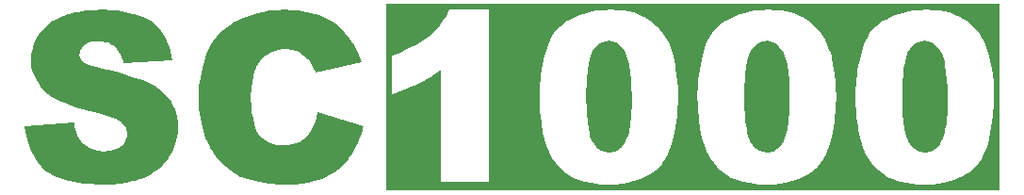
<source format=gto>
G04 Layer_Color=15132400*
%FSLAX25Y25*%
%MOIN*%
G70*
G01*
G75*
G36*
X581394Y105283D02*
X364142D01*
Y171181D01*
X581394D01*
Y105283D01*
D02*
G37*
G36*
X265857Y169072D02*
X266841D01*
X267935Y168963D01*
X269138Y168853D01*
X270450Y168634D01*
X273293Y168088D01*
X276246Y167322D01*
X278980Y166228D01*
X280293Y165572D01*
X281495Y164807D01*
X281605D01*
X281714Y164588D01*
X282480Y164041D01*
X283464Y162948D01*
X284667Y161526D01*
X285323Y160651D01*
X285870Y159667D01*
X286526Y158464D01*
X287073Y157261D01*
X287620Y155949D01*
X288057Y154527D01*
X288385Y152887D01*
X288713Y151246D01*
X271216Y150262D01*
Y150481D01*
X271106Y150918D01*
X270888Y151684D01*
X270560Y152559D01*
X270122Y153433D01*
X269685Y154418D01*
X269028Y155402D01*
X268263Y156167D01*
X268154Y156277D01*
X267826Y156495D01*
X267388Y156714D01*
X266732Y157152D01*
X265857Y157480D01*
X264763Y157698D01*
X263561Y157917D01*
X262139Y158027D01*
X261592D01*
X261045Y157917D01*
X260280Y157808D01*
X258639Y157480D01*
X257874Y157042D01*
X257218Y156605D01*
X257108Y156495D01*
X256999Y156386D01*
X256452Y155730D01*
X255905Y154636D01*
X255796Y153980D01*
X255686Y153324D01*
Y153215D01*
Y153105D01*
X255905Y152449D01*
X256233Y151574D01*
X256561Y151137D01*
X256999Y150699D01*
X257108D01*
X257327Y150481D01*
X257655Y150262D01*
X258311Y149934D01*
X259077Y149606D01*
X260170Y149278D01*
X261483Y148840D01*
X263123Y148512D01*
X263232D01*
X263670Y148403D01*
X264326Y148293D01*
X265091Y148075D01*
X266076Y147856D01*
X267279Y147528D01*
X268591Y147200D01*
X269903Y146872D01*
X272747Y146106D01*
X275699Y145122D01*
X278324Y144138D01*
X279527Y143700D01*
X280621Y143154D01*
X280730D01*
X280839Y143044D01*
X281495Y142716D01*
X282370Y142169D01*
X283573Y141404D01*
X284776Y140420D01*
X286089Y139326D01*
X287292Y138014D01*
X288276Y136592D01*
X288385Y136373D01*
X288604Y135936D01*
X289041Y135061D01*
X289479Y133967D01*
X289916Y132655D01*
X290354Y131233D01*
X290572Y129484D01*
X290682Y127734D01*
Y127624D01*
Y127515D01*
Y127187D01*
Y126750D01*
X290463Y125656D01*
X290244Y124234D01*
X289916Y122594D01*
X289260Y120735D01*
X288494Y118876D01*
X287401Y117016D01*
X287292Y116798D01*
X286854Y116251D01*
X286089Y115376D01*
X285104Y114283D01*
X283792Y113080D01*
X282261Y111877D01*
X280511Y110783D01*
X278433Y109689D01*
X278324D01*
X278215Y109580D01*
X277887Y109471D01*
X277449Y109361D01*
X276902Y109143D01*
X276137Y108924D01*
X275371Y108705D01*
X274497Y108486D01*
X272419Y108049D01*
X269903Y107612D01*
X267169Y107393D01*
X263998Y107283D01*
X262576D01*
X261483Y107393D01*
X260280Y107502D01*
X258858Y107612D01*
X257327Y107721D01*
X255577Y108049D01*
X252078Y108705D01*
X248578Y109689D01*
X246938Y110346D01*
X245407Y111220D01*
X243985Y112095D01*
X242782Y113080D01*
X242673Y113189D01*
X242563Y113408D01*
X242235Y113736D01*
X241907Y114173D01*
X241470Y114720D01*
X240923Y115376D01*
X240376Y116251D01*
X239829Y117126D01*
X238626Y119313D01*
X237533Y121938D01*
X236767Y124781D01*
X236439Y126421D01*
X236221Y128062D01*
X253827Y129265D01*
Y129046D01*
X253937Y128499D01*
X254046Y127734D01*
X254374Y126859D01*
X255030Y124672D01*
X255577Y123578D01*
X256124Y122703D01*
X256233Y122594D01*
X256671Y122156D01*
X257327Y121610D01*
X258202Y120954D01*
X259405Y120188D01*
X260826Y119641D01*
X262467Y119204D01*
X264326Y119094D01*
X264982D01*
X265638Y119204D01*
X266622Y119313D01*
X267607Y119532D01*
X268591Y119860D01*
X269575Y120297D01*
X270450Y120844D01*
X270560Y120954D01*
X270778Y121172D01*
X271106Y121610D01*
X271544Y122047D01*
X271981Y122703D01*
X272309Y123469D01*
X272528Y124344D01*
X272637Y125218D01*
Y125328D01*
Y125656D01*
X272528Y126093D01*
X272419Y126640D01*
X272091Y127296D01*
X271762Y127953D01*
X271216Y128718D01*
X270560Y129374D01*
X270450Y129484D01*
X270122Y129702D01*
X269466Y130030D01*
X268591Y130468D01*
X267279Y131015D01*
X265638Y131671D01*
X264654Y131999D01*
X263561Y132218D01*
X262357Y132546D01*
X261045Y132874D01*
X260936D01*
X260498Y132983D01*
X259842Y133202D01*
X259077Y133311D01*
X258092Y133639D01*
X256890Y133967D01*
X255686Y134295D01*
X254374Y134733D01*
X251421Y135826D01*
X248578Y137029D01*
X245953Y138451D01*
X244750Y139217D01*
X243657Y140092D01*
Y140201D01*
X243438Y140310D01*
X242891Y140857D01*
X242017Y141841D01*
X241142Y143263D01*
X240157Y144903D01*
X239282Y146872D01*
X238736Y149059D01*
X238626Y150262D01*
X238517Y151574D01*
Y151684D01*
Y151793D01*
Y152340D01*
X238626Y153324D01*
X238845Y154418D01*
X239173Y155730D01*
X239611Y157261D01*
X240267Y158792D01*
X241142Y160323D01*
X241251Y160542D01*
X241688Y160979D01*
X242345Y161745D01*
X243219Y162729D01*
X244313Y163713D01*
X245735Y164807D01*
X247375Y165791D01*
X249234Y166775D01*
X249344D01*
X249453Y166885D01*
X249781Y166994D01*
X250219Y167103D01*
X250765Y167322D01*
X251421Y167541D01*
X252187Y167760D01*
X253062Y167978D01*
X254046Y168197D01*
X255249Y168416D01*
X257764Y168853D01*
X260717Y169072D01*
X263998Y169181D01*
X265091D01*
X265857Y169072D01*
D02*
G37*
G36*
X329942D02*
X330926D01*
X332020Y168963D01*
X333223Y168853D01*
X334535Y168634D01*
X337488Y168088D01*
X340441Y167213D01*
X343284Y166119D01*
X344596Y165354D01*
X345908Y164588D01*
X346018D01*
X346237Y164369D01*
X346565Y164151D01*
X347002Y163713D01*
X347549Y163276D01*
X348205Y162620D01*
X348861Y161963D01*
X349627Y161089D01*
X350392Y160214D01*
X351158Y159120D01*
X352033Y158027D01*
X352798Y156714D01*
X353564Y155292D01*
X354329Y153871D01*
X354985Y152230D01*
X355642Y150481D01*
X339238Y146872D01*
Y146981D01*
X339128Y147309D01*
X338910Y147856D01*
X338691Y148403D01*
X338035Y149715D01*
X337706Y150262D01*
X337379Y150809D01*
X337269Y150918D01*
X337160Y151137D01*
X336722Y151574D01*
X336285Y152012D01*
X335082Y153105D01*
X333551Y154090D01*
X333441Y154199D01*
X333223Y154308D01*
X332676Y154527D01*
X332129Y154746D01*
X331364Y154964D01*
X330489Y155074D01*
X329504Y155292D01*
X327864D01*
X327536Y155183D01*
X326333Y155074D01*
X324911Y154636D01*
X323380Y154090D01*
X321740Y153105D01*
X320209Y151902D01*
X319553Y151028D01*
X318897Y150153D01*
X318787Y149934D01*
X318459Y149496D01*
X318131Y148512D01*
X317694Y147309D01*
X317147Y145669D01*
X316819Y143700D01*
X316491Y141294D01*
X316381Y138451D01*
Y138342D01*
Y138014D01*
Y137467D01*
Y136811D01*
X316491Y136045D01*
Y135061D01*
X316709Y132983D01*
X317147Y130796D01*
X317584Y128499D01*
X318350Y126421D01*
X318787Y125547D01*
X319334Y124781D01*
X319443Y124672D01*
X319881Y124234D01*
X320646Y123688D01*
X321521Y123031D01*
X322724Y122266D01*
X324255Y121719D01*
X325896Y121282D01*
X327864Y121172D01*
X328739D01*
X329723Y121282D01*
X330926Y121500D01*
X332239Y121938D01*
X333551Y122375D01*
X334863Y123141D01*
X335957Y124125D01*
X336066Y124234D01*
X336394Y124672D01*
X336941Y125328D01*
X337488Y126312D01*
X338144Y127515D01*
X338800Y129046D01*
X339456Y130796D01*
X340003Y132874D01*
X356188Y127843D01*
Y127734D01*
X356079Y127515D01*
X355970Y127187D01*
X355860Y126750D01*
X355532Y125437D01*
X354876Y123906D01*
X354220Y122047D01*
X353236Y120188D01*
X352251Y118329D01*
X350939Y116470D01*
X350830Y116251D01*
X350283Y115704D01*
X349517Y114939D01*
X348533Y113845D01*
X347221Y112751D01*
X345799Y111658D01*
X344049Y110564D01*
X342190Y109580D01*
X342081D01*
X341972Y109471D01*
X341644Y109361D01*
X341315Y109252D01*
X340112Y108815D01*
X338581Y108486D01*
X336722Y108049D01*
X334426Y107612D01*
X331801Y107393D01*
X328958Y107283D01*
X327317D01*
X326443Y107393D01*
X325568D01*
X324474Y107502D01*
X323271Y107612D01*
X320756Y107940D01*
X318022Y108486D01*
X315397Y109143D01*
X312882Y110018D01*
X312772D01*
X312663Y110127D01*
X312335Y110346D01*
X311898Y110564D01*
X310695Y111330D01*
X309273Y112314D01*
X307632Y113736D01*
X305773Y115376D01*
X304024Y117454D01*
X302274Y119969D01*
Y120079D01*
X302055Y120297D01*
X301836Y120735D01*
X301618Y121282D01*
X301290Y121938D01*
X300852Y122813D01*
X300415Y123797D01*
X300087Y125000D01*
X299649Y126203D01*
X299212Y127624D01*
X298884Y129156D01*
X298446Y130796D01*
X298228Y132546D01*
X298009Y134405D01*
X297790Y138342D01*
Y138560D01*
Y138998D01*
X297900Y139763D01*
Y140748D01*
X298009Y142060D01*
X298228Y143482D01*
X298446Y145013D01*
X298774Y146762D01*
X299212Y148622D01*
X299759Y150481D01*
X300305Y152340D01*
X301071Y154308D01*
X302055Y156167D01*
X303039Y157917D01*
X304242Y159667D01*
X305664Y161198D01*
X305773Y161307D01*
X305992Y161526D01*
X306539Y161963D01*
X307086Y162401D01*
X307961Y163057D01*
X308945Y163713D01*
X310038Y164479D01*
X311460Y165244D01*
X312882Y165900D01*
X314632Y166666D01*
X316491Y167322D01*
X318459Y167978D01*
X320646Y168416D01*
X322943Y168853D01*
X325458Y169072D01*
X328083Y169181D01*
X329176D01*
X329942Y169072D01*
D02*
G37*
%LPC*%
G36*
X500326Y169181D02*
X499342D01*
X497046Y169072D01*
X494858Y168853D01*
X492890Y168525D01*
X491031Y168088D01*
X489390Y167541D01*
X487859Y166994D01*
X486438Y166338D01*
X485235Y165791D01*
X484141Y165135D01*
X483157Y164479D01*
X482391Y163932D01*
X481735Y163385D01*
X481188Y162948D01*
X480860Y162620D01*
X480642Y162401D01*
X480532Y162292D01*
X479439Y160870D01*
X478564Y159339D01*
X477689Y157589D01*
X477033Y155730D01*
X475939Y151793D01*
X475174Y147856D01*
X474955Y145997D01*
X474736Y144247D01*
X474627Y142607D01*
X474517Y141185D01*
X474408Y140092D01*
Y139217D01*
Y138670D01*
Y138451D01*
X474517Y135936D01*
X474627Y133530D01*
X474846Y131343D01*
X475064Y129483D01*
X475283Y127843D01*
X475392Y126640D01*
X475502Y126203D01*
X475611Y125875D01*
Y125765D01*
Y125656D01*
X476049Y123688D01*
X476595Y121828D01*
X477142Y120297D01*
X477689Y119094D01*
X478126Y118001D01*
X478564Y117345D01*
X478783Y116798D01*
X478892Y116688D01*
X480095Y115048D01*
X481407Y113626D01*
X482610Y112423D01*
X483922Y111439D01*
X484907Y110674D01*
X485782Y110127D01*
X486328Y109799D01*
X486547Y109689D01*
X488406Y108924D01*
X490484Y108268D01*
X492562Y107830D01*
X494530Y107612D01*
X496280Y107393D01*
X496936D01*
X497592Y107283D01*
X498905D01*
X501311Y107393D01*
X503607Y107612D01*
X505685Y107940D01*
X507544Y108486D01*
X509294Y109033D01*
X510825Y109689D01*
X512247Y110346D01*
X513450Y111111D01*
X514543Y111767D01*
X515418Y112423D01*
X516184Y113080D01*
X516840Y113626D01*
X517387Y114173D01*
X517715Y114501D01*
X517824Y114720D01*
X517933Y114829D01*
X518918Y116360D01*
X519793Y118001D01*
X520558Y119860D01*
X521214Y121719D01*
X522198Y125656D01*
X522855Y129593D01*
X523073Y131452D01*
X523183Y133092D01*
X523292Y134624D01*
X523401Y136045D01*
X523511Y137139D01*
Y137904D01*
Y138451D01*
Y138670D01*
X523401Y141294D01*
X523292Y143919D01*
X522964Y146216D01*
X522636Y148293D01*
X522308Y150043D01*
X522198Y150809D01*
X522089Y151356D01*
X521980Y151902D01*
X521870Y152230D01*
X521761Y152449D01*
Y152559D01*
X521433Y153871D01*
X520996Y154964D01*
X520667Y156058D01*
X520339Y156933D01*
X520011Y157698D01*
X519683Y158245D01*
X519574Y158573D01*
X519464Y158683D01*
X518261Y160651D01*
X517605Y161526D01*
X516949Y162182D01*
X516402Y162838D01*
X515965Y163276D01*
X515637Y163604D01*
X515527Y163713D01*
X514543Y164588D01*
X513559Y165354D01*
X512465Y166010D01*
X511481Y166557D01*
X510606Y166994D01*
X509841Y167431D01*
X509403Y167541D01*
X509185Y167650D01*
X507654Y168197D01*
X506013Y168525D01*
X504373Y168853D01*
X502842Y168963D01*
X501420Y169072D01*
X500326Y169181D01*
D02*
G37*
G36*
X444444D02*
X443459D01*
X441163Y169072D01*
X438975Y168853D01*
X437007Y168525D01*
X435148Y168088D01*
X433507Y167541D01*
X431977Y166994D01*
X430555Y166338D01*
X429352Y165791D01*
X428258Y165135D01*
X427274Y164479D01*
X426508Y163932D01*
X425852Y163385D01*
X425306Y162948D01*
X424977Y162620D01*
X424759Y162401D01*
X424649Y162292D01*
X423556Y160870D01*
X422681Y159339D01*
X421806Y157589D01*
X421150Y155730D01*
X420056Y151793D01*
X419291Y147856D01*
X419072Y145997D01*
X418853Y144247D01*
X418744Y142607D01*
X418635Y141185D01*
X418525Y140092D01*
Y139217D01*
Y138670D01*
Y138451D01*
X418635Y135936D01*
X418744Y133530D01*
X418963Y131343D01*
X419181Y129483D01*
X419400Y127843D01*
X419509Y126640D01*
X419619Y126203D01*
X419728Y125875D01*
Y125765D01*
Y125656D01*
X420166Y123688D01*
X420712Y121828D01*
X421259Y120297D01*
X421806Y119094D01*
X422243Y118001D01*
X422681Y117345D01*
X422900Y116798D01*
X423009Y116688D01*
X424212Y115048D01*
X425524Y113626D01*
X426727Y112423D01*
X428040Y111439D01*
X429024Y110674D01*
X429899Y110127D01*
X430445Y109799D01*
X430664Y109689D01*
X432523Y108924D01*
X434601Y108268D01*
X436679Y107830D01*
X438647Y107612D01*
X440397Y107393D01*
X441053D01*
X441710Y107283D01*
X443022D01*
X445428Y107393D01*
X447724Y107612D01*
X449802Y107940D01*
X451661Y108486D01*
X453411Y109033D01*
X454942Y109689D01*
X456364Y110346D01*
X457567Y111111D01*
X458660Y111767D01*
X459535Y112423D01*
X460301Y113080D01*
X460957Y113626D01*
X461504Y114173D01*
X461832Y114501D01*
X461941Y114720D01*
X462050Y114829D01*
X463035Y116360D01*
X463910Y118001D01*
X464675Y119860D01*
X465331Y121719D01*
X466316Y125656D01*
X466972Y129593D01*
X467190Y131452D01*
X467300Y133092D01*
X467409Y134624D01*
X467519Y136045D01*
X467628Y137139D01*
Y137904D01*
Y138451D01*
Y138670D01*
X467519Y141294D01*
X467409Y143919D01*
X467081Y146216D01*
X466753Y148293D01*
X466425Y150043D01*
X466316Y150809D01*
X466206Y151356D01*
X466097Y151902D01*
X465987Y152230D01*
X465878Y152449D01*
Y152559D01*
X465550Y153871D01*
X465112Y154964D01*
X464784Y156058D01*
X464456Y156933D01*
X464128Y157698D01*
X463800Y158245D01*
X463691Y158573D01*
X463582Y158683D01*
X462379Y160651D01*
X461722Y161526D01*
X461066Y162182D01*
X460519Y162838D01*
X460082Y163276D01*
X459754Y163604D01*
X459645Y163713D01*
X458660Y164588D01*
X457676Y165354D01*
X456582Y166010D01*
X455598Y166557D01*
X454723Y166994D01*
X453958Y167431D01*
X453520Y167541D01*
X453302Y167650D01*
X451771Y168197D01*
X450130Y168525D01*
X448490Y168853D01*
X446959Y168963D01*
X445537Y169072D01*
X444444Y169181D01*
D02*
G37*
G36*
X400481D02*
X386701D01*
X385608Y167103D01*
X384405Y165244D01*
X383202Y163604D01*
X381999Y162292D01*
X380905Y161089D01*
X380030Y160214D01*
X379484Y159776D01*
X379374Y159557D01*
X379265D01*
X377406Y158136D01*
X375219Y156933D01*
X373031Y155839D01*
X370954Y154855D01*
X369094Y154090D01*
X368220Y153761D01*
X367563Y153433D01*
X366907Y153324D01*
X366470Y153105D01*
X366251Y152996D01*
X366142D01*
Y139435D01*
X368220Y140092D01*
X370079Y140638D01*
X371610Y141294D01*
X373031Y141841D01*
X374125Y142279D01*
X375000Y142607D01*
X375437Y142825D01*
X375656Y142935D01*
X377078Y143700D01*
X378499Y144575D01*
X379921Y145450D01*
X381124Y146216D01*
X382108Y146981D01*
X382983Y147528D01*
X383421Y147965D01*
X383639Y148075D01*
Y108268D01*
X400481D01*
Y169181D01*
D02*
G37*
G36*
X556209D02*
X555225D01*
X552929Y169072D01*
X550741Y168853D01*
X548773Y168525D01*
X546914Y168088D01*
X545273Y167541D01*
X543742Y166994D01*
X542321Y166338D01*
X541118Y165791D01*
X540024Y165135D01*
X539040Y164479D01*
X538274Y163932D01*
X537618Y163385D01*
X537071Y162948D01*
X536743Y162620D01*
X536525Y162401D01*
X536415Y162292D01*
X535322Y160870D01*
X534447Y159339D01*
X533572Y157589D01*
X532916Y155730D01*
X531822Y151793D01*
X531057Y147856D01*
X530838Y145997D01*
X530619Y144247D01*
X530510Y142607D01*
X530401Y141185D01*
X530291Y140092D01*
Y139217D01*
Y138670D01*
Y138451D01*
X530401Y135936D01*
X530510Y133530D01*
X530728Y131343D01*
X530947Y129483D01*
X531166Y127843D01*
X531275Y126640D01*
X531385Y126203D01*
X531494Y125875D01*
Y125765D01*
Y125656D01*
X531931Y123688D01*
X532478Y121828D01*
X533025Y120297D01*
X533572Y119094D01*
X534009Y118001D01*
X534447Y117345D01*
X534665Y116798D01*
X534775Y116688D01*
X535978Y115048D01*
X537290Y113626D01*
X538493Y112423D01*
X539805Y111439D01*
X540790Y110674D01*
X541665Y110127D01*
X542211Y109799D01*
X542430Y109689D01*
X544289Y108924D01*
X546367Y108268D01*
X548445Y107830D01*
X550413Y107612D01*
X552163Y107393D01*
X552819D01*
X553475Y107283D01*
X554788D01*
X557194Y107393D01*
X559490Y107612D01*
X561568Y107940D01*
X563427Y108486D01*
X565177Y109033D01*
X566708Y109689D01*
X568130Y110346D01*
X569333Y111111D01*
X570426Y111767D01*
X571301Y112423D01*
X572067Y113080D01*
X572723Y113626D01*
X573270Y114173D01*
X573598Y114501D01*
X573707Y114720D01*
X573816Y114829D01*
X574801Y116360D01*
X575675Y118001D01*
X576441Y119860D01*
X577097Y121719D01*
X578081Y125656D01*
X578738Y129593D01*
X578956Y131452D01*
X579066Y133092D01*
X579175Y134624D01*
X579284Y136045D01*
X579394Y137139D01*
Y137904D01*
Y138451D01*
Y138670D01*
X579284Y141294D01*
X579175Y143919D01*
X578847Y146216D01*
X578519Y148293D01*
X578191Y150043D01*
X578081Y150809D01*
X577972Y151356D01*
X577863Y151902D01*
X577753Y152230D01*
X577644Y152449D01*
Y152559D01*
X577316Y153871D01*
X576878Y154964D01*
X576550Y156058D01*
X576222Y156933D01*
X575894Y157698D01*
X575566Y158245D01*
X575457Y158573D01*
X575347Y158683D01*
X574144Y160651D01*
X573488Y161526D01*
X572832Y162182D01*
X572285Y162838D01*
X571848Y163276D01*
X571520Y163604D01*
X571411Y163713D01*
X570426Y164588D01*
X569442Y165354D01*
X568348Y166010D01*
X567364Y166557D01*
X566489Y166994D01*
X565724Y167431D01*
X565286Y167541D01*
X565068Y167650D01*
X563537Y168197D01*
X561896Y168525D01*
X560256Y168853D01*
X558725Y168963D01*
X557303Y169072D01*
X556209Y169181D01*
D02*
G37*
%LPD*%
G36*
X556100Y157917D02*
X557303Y157480D01*
X558397Y156824D01*
X559271Y156058D01*
X559928Y155292D01*
X560365Y154636D01*
X560693Y154199D01*
X560803Y153980D01*
X561131Y153105D01*
X561459Y152121D01*
X561787Y150918D01*
X562006Y149715D01*
X562334Y147090D01*
X562662Y144357D01*
X562771Y141951D01*
Y140748D01*
X562880Y139873D01*
Y138998D01*
Y138451D01*
Y138014D01*
Y137904D01*
Y135061D01*
X562771Y132655D01*
X562552Y130577D01*
X562443Y128937D01*
X562224Y127624D01*
X562006Y126750D01*
X561896Y126203D01*
Y125984D01*
X561568Y124672D01*
X561131Y123469D01*
X560693Y122594D01*
X560256Y121719D01*
X559818Y121172D01*
X559490Y120735D01*
X559271Y120516D01*
X559162Y120407D01*
X558397Y119860D01*
X557631Y119422D01*
X556975Y119094D01*
X556209Y118876D01*
X555663Y118766D01*
X555116Y118657D01*
X554678D01*
X553366Y118876D01*
X552163Y119313D01*
X551179Y119969D01*
X550304Y120735D01*
X549648Y121500D01*
X549210Y122156D01*
X548882Y122594D01*
X548773Y122813D01*
X548445Y123688D01*
X548117Y124672D01*
X547898Y125765D01*
X547679Y126968D01*
X547242Y129593D01*
X547023Y132218D01*
X546914Y134624D01*
Y135717D01*
X546804Y136592D01*
Y137357D01*
Y137904D01*
Y138342D01*
Y138451D01*
Y140529D01*
X546914Y142388D01*
X547023Y144028D01*
X547132Y145669D01*
X547242Y146981D01*
X547351Y148293D01*
X547570Y149387D01*
X547789Y150371D01*
X547898Y151246D01*
X548117Y152012D01*
X548226Y152559D01*
X548336Y152996D01*
X548445Y153433D01*
X548554Y153652D01*
X548664Y153871D01*
X549429Y155292D01*
X550413Y156386D01*
X551398Y157152D01*
X552382Y157589D01*
X553257Y157917D01*
X554022Y158027D01*
X554460Y158136D01*
X554678D01*
X556100Y157917D01*
D02*
G37*
G36*
X500217D02*
X501420Y157480D01*
X502514Y156824D01*
X503389Y156058D01*
X504045Y155292D01*
X504482Y154636D01*
X504810Y154199D01*
X504920Y153980D01*
X505248Y153105D01*
X505576Y152121D01*
X505904Y150918D01*
X506122Y149715D01*
X506451Y147090D01*
X506779Y144357D01*
X506888Y141951D01*
Y140748D01*
X506997Y139873D01*
Y138998D01*
Y138451D01*
Y138014D01*
Y137904D01*
Y135061D01*
X506888Y132655D01*
X506669Y130577D01*
X506560Y128937D01*
X506341Y127624D01*
X506122Y126750D01*
X506013Y126203D01*
Y125984D01*
X505685Y124672D01*
X505248Y123469D01*
X504810Y122594D01*
X504373Y121719D01*
X503935Y121172D01*
X503607Y120735D01*
X503389Y120516D01*
X503279Y120407D01*
X502514Y119860D01*
X501748Y119422D01*
X501092Y119094D01*
X500326Y118876D01*
X499780Y118766D01*
X499233Y118657D01*
X498795D01*
X497483Y118876D01*
X496280Y119313D01*
X495296Y119969D01*
X494421Y120735D01*
X493765Y121500D01*
X493327Y122156D01*
X492999Y122594D01*
X492890Y122813D01*
X492562Y123688D01*
X492234Y124672D01*
X492015Y125765D01*
X491796Y126968D01*
X491359Y129593D01*
X491140Y132218D01*
X491031Y134624D01*
Y135717D01*
X490921Y136592D01*
Y137357D01*
Y137904D01*
Y138342D01*
Y138451D01*
Y140529D01*
X491031Y142388D01*
X491140Y144028D01*
X491250Y145669D01*
X491359Y146981D01*
X491468Y148293D01*
X491687Y149387D01*
X491906Y150371D01*
X492015Y151246D01*
X492234Y152012D01*
X492343Y152559D01*
X492452Y152996D01*
X492562Y153433D01*
X492671Y153652D01*
X492781Y153871D01*
X493546Y155292D01*
X494530Y156386D01*
X495515Y157152D01*
X496499Y157589D01*
X497374Y157917D01*
X498139Y158027D01*
X498577Y158136D01*
X498795D01*
X500217Y157917D01*
D02*
G37*
G36*
X444334D02*
X445537Y157480D01*
X446631Y156824D01*
X447506Y156058D01*
X448162Y155292D01*
X448599Y154636D01*
X448927Y154199D01*
X449037Y153980D01*
X449365Y153105D01*
X449693Y152121D01*
X450021Y150918D01*
X450240Y149715D01*
X450568Y147090D01*
X450896Y144357D01*
X451005Y141951D01*
Y140748D01*
X451115Y139873D01*
Y138998D01*
Y138451D01*
Y138014D01*
Y137904D01*
Y135061D01*
X451005Y132655D01*
X450786Y130577D01*
X450677Y128937D01*
X450458Y127624D01*
X450240Y126750D01*
X450130Y126203D01*
Y125984D01*
X449802Y124672D01*
X449365Y123469D01*
X448927Y122594D01*
X448490Y121719D01*
X448052Y121172D01*
X447724Y120735D01*
X447506Y120516D01*
X447396Y120407D01*
X446631Y119860D01*
X445865Y119422D01*
X445209Y119094D01*
X444444Y118876D01*
X443897Y118766D01*
X443350Y118657D01*
X442912D01*
X441600Y118876D01*
X440397Y119313D01*
X439413Y119969D01*
X438538Y120735D01*
X437882Y121500D01*
X437444Y122156D01*
X437116Y122594D01*
X437007Y122813D01*
X436679Y123688D01*
X436351Y124672D01*
X436132Y125765D01*
X435913Y126968D01*
X435476Y129593D01*
X435257Y132218D01*
X435148Y134624D01*
Y135717D01*
X435039Y136592D01*
Y137357D01*
Y137904D01*
Y138342D01*
Y138451D01*
Y140529D01*
X435148Y142388D01*
X435257Y144028D01*
X435367Y145669D01*
X435476Y146981D01*
X435585Y148293D01*
X435804Y149387D01*
X436023Y150371D01*
X436132Y151246D01*
X436351Y152012D01*
X436460Y152559D01*
X436570Y152996D01*
X436679Y153433D01*
X436788Y153652D01*
X436898Y153871D01*
X437663Y155292D01*
X438647Y156386D01*
X439632Y157152D01*
X440616Y157589D01*
X441491Y157917D01*
X442256Y158027D01*
X442694Y158136D01*
X442912D01*
X444334Y157917D01*
D02*
G37*
M02*

</source>
